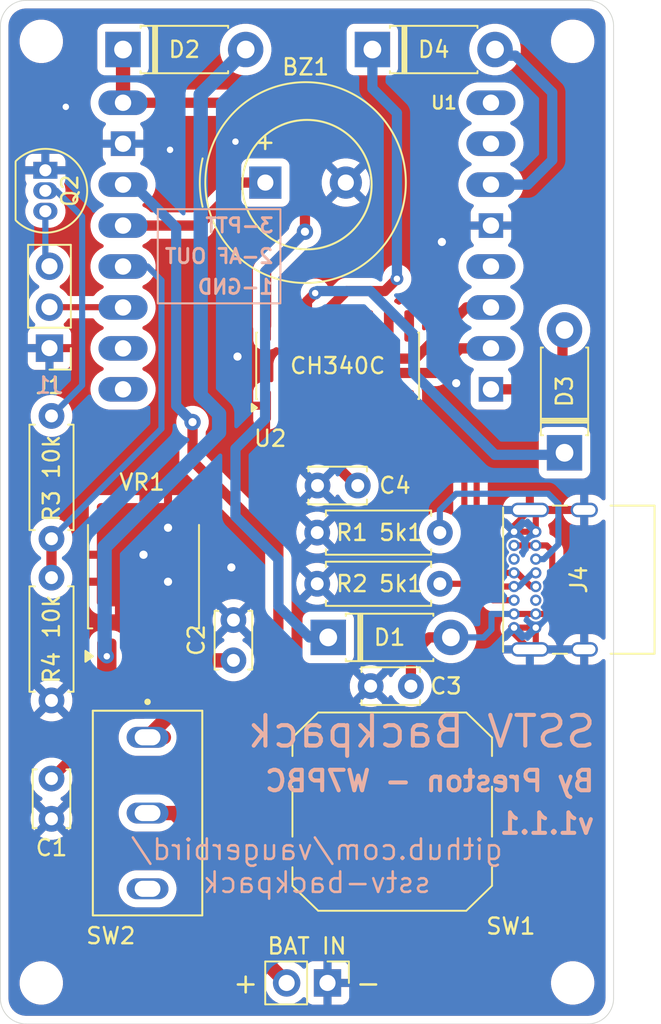
<source format=kicad_pcb>
(kicad_pcb (version 20241229) (generator "pcbnew") (generator_version "9.0")
  (title_block (title "SSTV Backpack") (date "2025-11-09") (rev "1.1.1"))
  (layers (0 "F.Cu" signal) (2 "B.Cu" signal) (13 "F.Paste" user) (15 "B.Paste" user) (5 "F.SilkS" user "F.Silkscreen") (7 "B.SilkS" user "B.Silkscreen") (1 "F.Mask" user) (3 "B.Mask" user) (25 "Edge.Cuts" user))
  (net 0 "")
  (net 1 "RTS")
  (net 6 "GND")
  (net 7 "+5V")
  (net 8 "/BUZZER")
  (net 9 "/8V IN")
  (net 10 "PTT")
  (net 11 "/TX OUT")
  (net 12 "/CAPTURE")
  (net 13 "/VIN")
  (net 16 "TXD")
  (net 17 "RXD")
  (net 18 "/5VUSB")
  (net 19 "Net-(U2-V3)")
  (net 20 "Net-(J4-CC1)")
  (net 21 "Net-(J4-CC2)")
  (net 25 "DTR")
  (net 30 "Net-(D3-A)")
  (net 31 "Net-(D4-A)")
  (net 32 "/D-")
  (net 33 "/D+")
  (net 34 "Net-(Q2-B)")
  (net 35 "PTT_TRIG")
  (net 36 "/5VO")
  (footprint "Package_TO_SOT_SMD:TO-252-2" (layer "F.Cu") (at 148.591 99.153 90)
    (property "Reference" "VR1" (at 5.755 -0.09 180) (layer "F.SilkS"))
    (property "Value" "LP38693DT-5.0" (hide yes))
    (fp_line (start 3.11 -3.45) (end -3.31 -3.45) (stroke (width 0.12)) (layer "F.SilkS"))
    (fp_line (start -3.31 -3.45) (end -3.31 -3.18) (stroke (width 0.12)) (layer "F.SilkS"))
    (fp_line (start 3.11 3.45) (end -3.31 3.45) (stroke (width 0.12)) (layer "F.SilkS"))
    (fp_line (start -3.31 3.45) (end -3.31 3.18) (stroke (width 0.12)) (layer "F.SilkS"))
    (fp_poly (pts (xy -5.04 -3.14) (xy -5.38 -3.61) (xy -4.7 -3.61) (xy -5.04 -3.14)) (stroke (width 0.12)) (fill yes) (layer "F.SilkS"))
    (pad "1" smd roundrect (at -5.04 -2.28 90) (size 2.2 1.2) (layers "F.Cu" "F.Mask" "F.Paste") (roundrect_rratio 0.208333) (net 36 "/5VO"))
    (pad "2" smd roundrect (at -0.415 -1.525 90) (size 3.05 2.75) (layers "F.Cu" "F.Paste") (roundrect_rratio 0.090909) (net 6 "GND"))
    (pad "2" smd roundrect (at -0.415 1.525 90) (size 3.05 2.75) (layers "F.Cu" "F.Paste") (roundrect_rratio 0.090909) (net 6 "GND"))
    (pad "2" smd roundrect (at 1.26 0 90) (size 6.4 5.8) (layers "F.Cu" "F.Mask") (roundrect_rratio 0.043103) (net 6 "GND"))
    (pad "2" smd roundrect (at 2.935 -1.525 90) (size 3.05 2.75) (layers "F.Cu" "F.Paste") (roundrect_rratio 0.090909) (net 6 "GND"))
    (pad "2" smd roundrect (at 2.935 1.525 90) (size 3.05 2.75) (layers "F.Cu" "F.Paste") (roundrect_rratio 0.090909) (net 6 "GND"))
    (pad "3" smd roundrect (at -5.04 2.28 90) (size 2.2 1.2) (layers "F.Cu" "F.Mask" "F.Paste") (roundrect_rratio 0.208333) (net 9 "/8V IN"))
  )
  (footprint "Buzzer_Beeper:Buzzer_TDK_PS1240P02BT_D12.2mm_H6.5mm" (layer "F.Cu") (at 156.163 74.803)
    (property "Reference" "BZ1" (at 2.5 -7.17 0) (layer "F.SilkS"))
    (property "Value" "Buzzer" (hide yes))
    (fp_arc (start -3.9 1.499999) (mid -4.073431 0) (end -3.9 -1.5) (stroke (width 0.12)) (layer "F.SilkS"))
    (fp_circle (center 2.5 0) (end 8.73 0) (stroke (width 0.12)) (fill no) (layer "F.SilkS"))
    (fp_text user "+" (at -0.01 -2.54 0) (layer "F.SilkS"))
    (pad "1" thru_hole rect (at 0 0) (size 2 2) (drill 1) (layers "*.Cu" "*.Mask") (net 8 "/BUZZER"))
    (pad "2" thru_hole circle (at 5 0) (size 2 2) (drill 1) (layers "*.Cu" "*.Mask") (net 6 "GND"))
  )
  (footprint "Resistor_THT:R_Axial_DIN0207_L6.3mm_D2.5mm_P7.62mm_Horizontal" (layer "F.Cu") (at 142.875 96.901 90)
    (property "Reference" "R3" (at 2.032 0 90) (layer "F.SilkS"))
    (property "Value" "10k" (at 5.08 0 90) (layer "F.SilkS"))
    (fp_line (start 7.08 -1.37) (end 7.08 -1.04) (stroke (width 0.12)) (layer "F.SilkS"))
    (fp_line (start 0.54 -1.37) (end 7.08 -1.37) (stroke (width 0.12)) (layer "F.SilkS"))
    (fp_line (start 0.54 -1.04) (end 0.54 -1.37) (stroke (width 0.12)) (layer "F.SilkS"))
    (fp_line (start 0.54 1.04) (end 0.54 1.37) (stroke (width 0.12)) (layer "F.SilkS"))
    (fp_line (start 7.08 1.37) (end 7.08 1.04) (stroke (width 0.12)) (layer "F.SilkS"))
    (fp_line (start 0.54 1.37) (end 7.08 1.37) (stroke (width 0.12)) (layer "F.SilkS"))
    (pad "1" thru_hole circle (at 0 0 90) (size 1.6 1.6) (drill 0.8) (layers "*.Cu" "*.Mask") (net 35 "PTT_TRIG"))
    (pad "2" thru_hole oval (at 7.62 0 90) (size 1.6 1.6) (drill 0.8) (layers "*.Cu" "*.Mask") (net 34 "Net-(Q2-B)"))
  )
  (footprint "Diode_THT:D_DO-41_SOD81_P7.62mm_Horizontal" (layer "F.Cu") (at 160.0708 103.0224)
    (property "Reference" "D1" (at 3.81 0 0) (layer "F.SilkS"))
    (property "Value" "1N5819" (hide yes))
    (fp_line (start 1.09 -1.47) (end 6.53 -1.47) (stroke (width 0.12)) (layer "F.SilkS"))
    (fp_line (start 1.09 -1.34) (end 1.09 -1.47) (stroke (width 0.12)) (layer "F.SilkS"))
    (fp_line (start 1.09 1.34) (end 1.09 1.47) (stroke (width 0.12)) (layer "F.SilkS"))
    (fp_line (start 1.09 1.47) (end 6.53 1.47) (stroke (width 0.12)) (layer "F.SilkS"))
    (fp_line (start 1.87 -1.47) (end 1.87 1.47) (stroke (width 0.12)) (layer "F.SilkS"))
    (fp_line (start 1.99 -1.47) (end 1.99 1.47) (stroke (width 0.12)) (layer "F.SilkS"))
    (fp_line (start 2.11 -1.47) (end 2.11 1.47) (stroke (width 0.12)) (layer "F.SilkS"))
    (fp_line (start 6.53 -1.47) (end 6.53 -1.34) (stroke (width 0.12)) (layer "F.SilkS"))
    (fp_line (start 6.53 1.47) (end 6.53 1.34) (stroke (width 0.12)) (layer "F.SilkS"))
    (pad "1" thru_hole rect (at 0 0) (size 2.2 2.2) (drill 1.1) (layers "*.Cu" "*.Mask") (net 7 "+5V"))
    (pad "2" thru_hole oval (at 7.62 0) (size 2.2 2.2) (drill 1.1) (layers "*.Cu" "*.Mask") (net 18 "/5VUSB"))
  )
  (footprint "Diode_THT:D_DO-41_SOD81_P7.62mm_Horizontal" (layer "F.Cu") (at 174.752 91.567 90)
    (property "Reference" "D3" (at 3.81 0 90) (layer "F.SilkS"))
    (property "Value" "1N4148" (hide yes))
    (fp_line (start 6.53 -1.47) (end 6.53 -1.34) (stroke (width 0.12)) (layer "F.SilkS"))
    (fp_line (start 2.11 -1.47) (end 2.11 1.47) (stroke (width 0.12)) (layer "F.SilkS"))
    (fp_line (start 1.99 -1.47) (end 1.99 1.47) (stroke (width 0.12)) (layer "F.SilkS"))
    (fp_line (start 1.87 -1.47) (end 1.87 1.47) (stroke (width 0.12)) (layer "F.SilkS"))
    (fp_line (start 1.09 -1.47) (end 6.53 -1.47) (stroke (width 0.12)) (layer "F.SilkS"))
    (fp_line (start 1.09 -1.34) (end 1.09 -1.47) (stroke (width 0.12)) (layer "F.SilkS"))
    (fp_line (start 1.09 1.34) (end 1.09 1.47) (stroke (width 0.12)) (layer "F.SilkS"))
    (fp_line (start 6.53 1.47) (end 6.53 1.34) (stroke (width 0.12)) (layer "F.SilkS"))
    (fp_line (start 1.09 1.47) (end 6.53 1.47) (stroke (width 0.12)) (layer "F.SilkS"))
    (pad "1" thru_hole rect (at 0 0 90) (size 2.2 2.2) (drill 1.1) (layers "*.Cu" "*.Mask") (net 1 "RTS"))
    (pad "2" thru_hole oval (at 7.62 0 90) (size 2.2 2.2) (drill 1.1) (layers "*.Cu" "*.Mask") (net 30 "Net-(D3-A)"))
  )
  (footprint "SwitchSPDT:SW_SLW-1276864-4A-D" (layer "F.Cu") (at 148.844 113.92 -90)
    (property "Reference" "SW2" (at 7.62 2.286 180) (layer "F.SilkS"))
    (property "Value" "SLW-1276864-4A-D" (hide yes))
    (fp_line (start -6.35 3.4) (end 6.35 3.4) (stroke (width 0.127)) (layer "F.SilkS"))
    (fp_line (start 6.35 3.4) (end 6.35 -3.4) (stroke (width 0.127)) (layer "F.SilkS"))
    (fp_line (start -6.35 -3.4) (end -6.35 3.4) (stroke (width 0.127)) (layer "F.SilkS"))
    (fp_line (start 6.35 -3.4) (end -6.35 -3.4) (stroke (width 0.127)) (layer "F.SilkS"))
    (fp_circle (center -6.9 0) (end -6.8 0) (stroke (width 0.2)) (fill no) (layer "F.SilkS"))
    (pad "1" thru_hole oval (at -4.7 0 270) (size 1.3 2.6) (drill oval 1 1.6) (layers "*.Cu" "*.Mask") (net 9 "/8V IN"))
    (pad "2" thru_hole oval (at 0 0 270) (size 1.3 2.6) (drill oval 1 1.6) (layers "*.Cu" "*.Mask") (net 13 "/VIN"))
    (pad "3" thru_hole oval (at 4.7 0 270) (size 1.3 2.6) (drill oval 1 1.6) (layers "*.Cu" "*.Mask"))
  )
  (footprint "ESP32-CAM:ESP32-CAM" (layer "F.Cu") (at 158.75 80.01 180)
    (property "Reference" "U1" (at -8.509 10.16 0) (layer "F.SilkS") (effects (font (size 0.787402 0.787402))))
    (property "Value" "ESP32-CAM" (hide yes))
    (fp_circle (center 0 5.08) (end 4.01609 5.08) (stroke (width 0.127)) (fill no) (layer "F.SilkS"))
    (pad "P$1" thru_hole rect (at -11.43 -7.62 180) (size 1.524 1.524) (drill 1.016) (layers "*.Cu" "*.Mask") (net 30 "Net-(D3-A)"))
    (pad "P$2" thru_hole oval (at -11.43 -5.08 180) (size 3.048 1.524) (drill 1.016) (layers "*.Cu" "*.Mask") (net 17 "RXD"))
    (pad "P$3" thru_hole oval (at -11.43 -2.54 180) (size 3.048 1.524) (drill 1.016) (layers "*.Cu" "*.Mask") (net 16 "TXD"))
    (pad "P$4" thru_hole oval (at -11.43 0 180) (size 3.048 1.524) (drill 1.016) (layers "*.Cu" "*.Mask"))
    (pad "P$5" thru_hole rect (at -11.43 2.54 180) (size 1.524 1.524) (drill 1.016) (layers "*.Cu" "*.Mask") (net 6 "GND"))
    (pad "P$6" thru_hole oval (at -11.43 5.08 180) (size 3.048 1.524) (drill 1.016) (layers "*.Cu" "*.Mask") (net 31 "Net-(D4-A)"))
    (pad "P$7" thru_hole oval (at -11.43 7.62 180) (size 3.048 1.524) (drill 1.016) (layers "*.Cu" "*.Mask"))
    (pad "P$8" thru_hole oval (at -11.43 10.16 180) (size 3.048 1.524) (drill 1.016) (layers "*.Cu" "*.Mask"))
    (pad "P$9" thru_hole oval (at 11.43 10.16 180) (size 3.048 1.524) (drill 1.016) (layers "*.Cu" "*.Mask") (net 7 "+5V"))
    (pad "P$10" thru_hole rect (at 11.43 7.62 180) (size 1.524 1.524) (drill 1.016) (layers "*.Cu" "*.Mask") (net 6 "GND"))
    (pad "P$11" thru_hole oval (at 11.43 5.08 180) (size 3.048 1.524) (drill 1.016) (layers "*.Cu" "*.Mask") (net 12 "/CAPTURE"))
    (pad "P$12" thru_hole oval (at 11.43 2.54 180) (size 3.048 1.524) (drill 1.016) (layers "*.Cu" "*.Mask") (net 8 "/BUZZER"))
    (pad "P$13" thru_hole oval (at 11.43 0 180) (size 3.048 1.524) (drill 1.016) (layers "*.Cu" "*.Mask") (net 35 "PTT_TRIG"))
    (pad "P$14" thru_hole oval (at 11.43 -2.54 180) (size 3.048 1.524) (drill 1.016) (layers "*.Cu" "*.Mask") (net 11 "/TX OUT"))
    (pad "P$15" thru_hole oval (at 11.43 -5.08 180) (size 3.048 1.524) (drill 1.016) (layers "*.Cu" "*.Mask"))
    (pad "P$16" thru_hole oval (at 11.43 -7.62 180) (size 3.048 1.524) (drill 1.016) (layers "*.Cu" "*.Mask"))
  )
  (footprint "Diode_THT:D_DO-41_SOD81_P7.62mm_Horizontal" (layer "F.Cu") (at 147.32 66.548)
    (property "Reference" "D2" (at 3.81 0 0) (layer "F.SilkS"))
    (property "Value" "1N5819" (hide yes))
    (fp_line (start 1.09 -1.47) (end 6.53 -1.47) (stroke (width 0.12)) (layer "F.SilkS"))
    (fp_line (start 1.09 -1.34) (end 1.09 -1.47) (stroke (width 0.12)) (layer "F.SilkS"))
    (fp_line (start 1.09 1.34) (end 1.09 1.47) (stroke (width 0.12)) (layer "F.SilkS"))
    (fp_line (start 1.09 1.47) (end 6.53 1.47) (stroke (width 0.12)) (layer "F.SilkS"))
    (fp_line (start 1.87 -1.47) (end 1.87 1.47) (stroke (width 0.12)) (layer "F.SilkS"))
    (fp_line (start 1.99 -1.47) (end 1.99 1.47) (stroke (width 0.12)) (layer "F.SilkS"))
    (fp_line (start 2.11 -1.47) (end 2.11 1.47) (stroke (width 0.12)) (layer "F.SilkS"))
    (fp_line (start 6.53 -1.47) (end 6.53 -1.34) (stroke (width 0.12)) (layer "F.SilkS"))
    (fp_line (start 6.53 1.47) (end 6.53 1.34) (stroke (width 0.12)) (layer "F.SilkS"))
    (pad "1" thru_hole rect (at 0 0) (size 2.2 2.2) (drill 1.1) (layers "*.Cu" "*.Mask") (net 7 "+5V"))
    (pad "2" thru_hole oval (at 7.62 0) (size 2.2 2.2) (drill 1.1) (layers "*.Cu" "*.Mask") (net 36 "/5VO"))
  )
  (footprint "Capacitor_THT:C_Disc_D3.4mm_W2.1mm_P2.50mm" (layer "F.Cu") (at 154.179 104.447 90)
    (property "Reference" "C2" (at 1.25 -2.3 90) (layer "F.SilkS"))
    (property "Value" "1uF")
    (fp_line (start 3.07 -1.17) (end 3.07 -0.925) (stroke (width 0.12)) (layer "F.SilkS"))
    (fp_line (start -0.57 -1.17) (end 3.07 -1.17) (stroke (width 0.12)) (layer "F.SilkS"))
    (fp_line (start -0.57 -1.17) (end -0.57 -0.925) (stroke (width 0.12)) (layer "F.SilkS"))
    (fp_line (start 3.07 0.925) (end 3.07 1.17) (stroke (width 0.12)) (layer "F.SilkS"))
    (fp_line (start -0.57 0.925) (end -0.57 1.17) (stroke (width 0.12)) (layer "F.SilkS"))
    (fp_line (start -0.57 1.17) (end 3.07 1.17) (stroke (width 0.12)) (layer "F.SilkS"))
    (pad "1" thru_hole circle (at 0 0 90) (size 1.6 1.6) (drill 0.8) (layers "*.Cu" "*.Mask") (net 9 "/8V IN"))
    (pad "2" thru_hole circle (at 2.5 0 90) (size 1.6 1.6) (drill 0.8) (layers "*.Cu" "*.Mask") (net 6 "GND"))
  )
  (footprint "Connector_PinHeader_2.54mm:PinHeader_1x02_P2.54mm_Vertical" (layer "F.Cu") (at 160.025 124.46 -90)
    (property "Reference" "J2" (hide yes))
    (property "Value" "Conn_01x02_Pin" (hide yes))
    (fp_line (start -1.33 3.87) (end 1.33 3.87) (stroke (width 0.12)) (layer "F.SilkS"))
    (fp_line (start -1.33 1.27) (end -1.33 3.87) (stroke (width 0.12)) (layer "F.SilkS"))
    (fp_line (start -1.33 1.27) (end 1.33 1.27) (stroke (width 0.12)) (layer "F.SilkS"))
    (fp_line (start 1.33 1.27) (end 1.33 3.87) (stroke (width 0.12)) (layer "F.SilkS"))
    (fp_line (start -1.33 0) (end -1.33 -1.33) (stroke (width 0.12)) (layer "F.SilkS"))
    (fp_line (start -1.33 -1.33) (end 0 -1.33) (stroke (width 0.12)) (layer "F.SilkS"))
    (pad "1" thru_hole rect (at 0 0 270) (size 1.7 1.7) (drill 1) (layers "*.Cu" "*.Mask") (net 6 "GND"))
    (pad "2" thru_hole oval (at 0 2.54 270) (size 1.7 1.7) (drill 1) (layers "*.Cu" "*.Mask") (net 13 "/VIN"))
  )
  (footprint "Resistor_THT:R_Axial_DIN0207_L6.3mm_D2.5mm_P7.62mm_Horizontal" (layer "F.Cu") (at 142.875 106.934 90)
    (property "Reference" "R4" (at 2.032 0 90) (layer "F.SilkS"))
    (property "Value" "10k" (at 5.207 0 90) (layer "F.SilkS"))
    (fp_line (start 7.08 -1.37) (end 7.08 -1.04) (stroke (width 0.12)) (layer "F.SilkS"))
    (fp_line (start 0.54 -1.37) (end 7.08 -1.37) (stroke (width 0.12)) (layer "F.SilkS"))
    (fp_line (start 0.54 -1.04) (end 0.54 -1.37) (stroke (width 0.12)) (layer "F.SilkS"))
    (fp_line (start 0.54 1.04) (end 0.54 1.37) (stroke (width 0.12)) (layer "F.SilkS"))
    (fp_line (start 7.08 1.37) (end 7.08 1.04) (stroke (width 0.12)) (layer "F.SilkS"))
    (fp_line (start 0.54 1.37) (end 7.08 1.37) (stroke (width 0.12)) (layer "F.SilkS"))
    (pad "1" thru_hole circle (at 0 0 90) (size 1.6 1.6) (drill 0.8) (layers "*.Cu" "*.Mask") (net 6 "GND"))
    (pad "2" thru_hole oval (at 7.62 0 90) (size 1.6 1.6) (drill 0.8) (layers "*.Cu" "*.Mask") (net 35 "PTT_TRIG"))
  )
  (footprint "Resistor_THT:R_Axial_DIN0207_L6.3mm_D2.5mm_P7.62mm_Horizontal" (layer "F.Cu") (at 167.005 99.695 180)
    (property "Reference" "R2" (at 5.461 0 0) (layer "F.SilkS"))
    (property "Value" "5k1" (at 2.413 0 0) (layer "F.SilkS"))
    (fp_line (start 7.08 1.37) (end 7.08 1.04) (stroke (width 0.12)) (layer "F.SilkS"))
    (fp_line (start 7.08 -1.37) (end 7.08 -1.04) (stroke (width 0.12)) (layer "F.SilkS"))
    (fp_line (start 0.54 1.37) (end 7.08 1.37) (stroke (width 0.12)) (layer "F.SilkS"))
    (fp_line (start 0.54 1.04) (end 0.54 1.37) (stroke (width 0.12)) (layer "F.SilkS"))
    (fp_line (start 0.54 -1.04) (end 0.54 -1.37) (stroke (width 0.12)) (layer "F.SilkS"))
    (fp_line (start 0.54 -1.37) (end 7.08 -1.37) (stroke (width 0.12)) (layer "F.SilkS"))
    (pad "1" thru_hole circle (at 0 0 180) (size 1.6 1.6) (drill 0.8) (layers "*.Cu" "*.Mask") (net 20 "Net-(J4-CC1)"))
    (pad "2" thru_hole circle (at 7.62 0 180) (size 1.6 1.6) (drill 0.8) (layers "*.Cu" "*.Mask") (net 6 "GND"))
  )
  (footprint "Capacitor_THT:C_Disc_D3.4mm_W2.1mm_P2.50mm" (layer "F.Cu") (at 159.405 93.599)
    (property "Reference" "C4" (at 4.806 0 0) (layer "F.SilkS"))
    (property "Value" "0.1uF" (hide yes))
    (fp_line (start -0.57 -1.17) (end 3.07 -1.17) (stroke (width 0.12)) (layer "F.SilkS"))
    (fp_line (start -0.57 -0.87) (end -0.57 -1.17) (stroke (width 0.12)) (layer "F.SilkS"))
    (fp_line (start -0.57 1.17) (end -0.57 0.87) (stroke (width 0.12)) (layer "F.SilkS"))
    (fp_line (start 3.07 -1.17) (end 3.07 -0.87) (stroke (width 0.12)) (layer "F.SilkS"))
    (fp_line (start 3.07 0.87) (end 3.07 1.17) (stroke (width 0.12)) (layer "F.SilkS"))
    (fp_line (start 3.07 1.17) (end -0.57 1.17) (stroke (width 0.12)) (layer "F.SilkS"))
    (pad "1" thru_hole circle (at 0 0) (size 1.6 1.6) (drill 0.8) (layers "*.Cu" "*.Mask") (net 6 "GND"))
    (pad "2" thru_hole circle (at 2.5 0) (size 1.6 1.6) (drill 0.8) (layers "*.Cu" "*.Mask") (net 19 "Net-(U2-V3)"))
  )
  (footprint "MountingHole:MountingHole_2.2mm_M2" (layer "F.Cu") (at 175.26 66.04)
    (property "Reference" "REF**" (hide yes))
    (property "Value" "MountingHole_2.2mm_M2" (hide yes))
    (pad "" np_thru_hole circle (at 0 0) (size 2.2 2.2) (drill 2.2) (layers "*.Cu" "*.Mask"))
  )
  (footprint "Package_SO:SOIC-16_3.9x9.9mm_P1.27mm" (layer "F.Cu") (at 160.655 86.171 90)
    (property "Reference" "U2" (at -4.507 -4.191 0) (layer "F.SilkS"))
    (property "Value" "CH340C" (at 0 0 0) (layer "F.SilkS"))
    (fp_line (start 2.06 -5.06) (end 2.06 -5.005) (stroke (width 0.12)) (layer "F.SilkS"))
    (fp_line (start -2.06 -5.06) (end 2.06 -5.06) (stroke (width 0.12)) (layer "F.SilkS"))
    (fp_line (start -2.06 -5.005) (end -2.06 -5.06) (stroke (width 0.12)) (layer "F.SilkS"))
    (fp_line (start 2.06 5.005) (end 2.06 5.06) (stroke (width 0.12)) (layer "F.SilkS"))
    (fp_line (start 2.06 5.06) (end -2.06 5.06) (stroke (width 0.12)) (layer "F.SilkS"))
    (fp_line (start -2.06 5.06) (end -2.06 5.005) (stroke (width 0.12)) (layer "F.SilkS"))
    (fp_poly (pts (xy -2.6 -5.01) (xy -2.84 -5.34) (xy -2.36 -5.34)) (stroke (width 0.12)) (fill yes) (layer "F.SilkS"))
    (pad "1" smd roundrect (at -2.475 -4.445 90) (size 1.95 0.6) (layers "F.Cu" "F.Mask" "F.Paste") (net 6 "GND"))
    (pad "2" smd roundrect (at -2.475 -3.175 90) (size 1.95 0.6) (layers "F.Cu" "F.Mask" "F.Paste") (net 16 "TXD"))
    (pad "3" smd roundrect (at -2.475 -1.905 90) (size 1.95 0.6) (layers "F.Cu" "F.Mask" "F.Paste") (net 17 "RXD"))
    (pad "4" smd roundrect (at -2.475 -0.635 90) (size 1.95 0.6) (layers "F.Cu" "F.Mask" "F.Paste") (net 19 "Net-(U2-V3)"))
    (pad "5" smd roundrect (at -2.475 0.635 90) (size 1.95 0.6) (layers "F.Cu" "F.Mask" "F.Paste") (net 33 "/D+"))
    (pad "6" smd roundrect (at -2.475 1.905 90) (size 1.95 0.6) (layers "F.Cu" "F.Mask" "F.Paste") (net 32 "/D-"))
    (pad "7" smd roundrect (at -2.475 3.175 90) (size 1.95 0.6) (layers "F.Cu" "F.Mask" "F.Paste"))
    (pad "8" smd roundrect (at -2.475 4.445 90) (size 1.95 0.6) (layers "F.Cu" "F.Mask" "F.Paste"))
    (pad "9" smd roundrect (at 2.475 4.445 90) (size 1.95 0.6) (layers "F.Cu" "F.Mask" "F.Paste"))
    (pad "10" smd roundrect (at 2.475 3.175 90) (size 1.95 0.6) (layers "F.Cu" "F.Mask" "F.Paste"))
    (pad "11" smd roundrect (at 2.475 1.905 90) (size 1.95 0.6) (layers "F.Cu" "F.Mask" "F.Paste"))
    (pad "12" smd roundrect (at 2.475 0.635 90) (size 1.95 0.6) (layers "F.Cu" "F.Mask" "F.Paste"))
    (pad "13" smd roundrect (at 2.475 -0.635 90) (size 1.95 0.6) (layers "F.Cu" "F.Mask" "F.Paste") (net 25 "DTR"))
    (pad "14" smd roundrect (at 2.475 -1.905 90) (size 1.95 0.6) (layers "F.Cu" "F.Mask" "F.Paste") (net 1 "RTS"))
    (pad "15" smd roundrect (at 2.475 -3.175 90) (size 1.95 0.6) (layers "F.Cu" "F.Mask" "F.Paste"))
    (pad "16" smd roundrect (at 2.475 -4.445 90) (size 1.95 0.6) (layers "F.Cu" "F.Mask" "F.Paste") (net 7 "+5V"))
  )
  (footprint "Resistor_THT:R_Axial_DIN0207_L6.3mm_D2.5mm_P7.62mm_Horizontal" (layer "F.Cu") (at 159.385 96.52)
    (property "Reference" "R1" (at 2.159 0 0) (layer "F.SilkS"))
    (property "Value" "5k1" (at 5.207 0 0) (layer "F.SilkS"))
    (fp_line (start 0.54 -1.37) (end 7.08 -1.37) (stroke (width 0.12)) (layer "F.SilkS"))
    (fp_line (start 0.54 -1.04) (end 0.54 -1.37) (stroke (width 0.12)) (layer "F.SilkS"))
    (fp_line (start 0.54 1.04) (end 0.54 1.37) (stroke (width 0.12)) (layer "F.SilkS"))
    (fp_line (start 0.54 1.37) (end 7.08 1.37) (stroke (width 0.12)) (layer "F.SilkS"))
    (fp_line (start 7.08 -1.37) (end 7.08 -1.04) (stroke (width 0.12)) (layer "F.SilkS"))
    (fp_line (start 7.08 1.37) (end 7.08 1.04) (stroke (width 0.12)) (layer "F.SilkS"))
    (pad "1" thru_hole circle (at 0 0) (size 1.6 1.6) (drill 0.8) (layers "*.Cu" "*.Mask") (net 6 "GND"))
    (pad "2" thru_hole circle (at 7.62 0) (size 1.6 1.6) (drill 0.8) (layers "*.Cu" "*.Mask") (net 21 "Net-(J4-CC2)"))
  )
  (footprint "MountingHole:MountingHole_2.2mm_M2" (layer "F.Cu") (at 142.24 66.04)
    (property "Reference" "REF**" (hide yes))
    (property "Value" "MountingHole_2.2mm_M2" (hide yes))
    (pad "" np_thru_hole circle (at 0 0) (size 2.2 2.2) (drill 2.2) (layers "*.Cu" "*.Mask"))
  )
  (footprint "Capacitor_THT:C_Disc_D3.4mm_W2.1mm_P2.50mm" (layer "F.Cu") (at 162.707 106.045)
    (property "Reference" "C3" (at 4.679 0 0) (layer "F.SilkS"))
    (property "Value" "0.1uF" (hide yes))
    (fp_line (start -0.57 -1.17) (end 3.07 -1.17) (stroke (width 0.12)) (layer "F.SilkS"))
    (fp_line (start -0.57 -0.87) (end -0.57 -1.17) (stroke (width 0.12)) (layer "F.SilkS"))
    (fp_line (start -0.57 1.17) (end -0.57 0.87) (stroke (width 0.12)) (layer "F.SilkS"))
    (fp_line (start 3.07 -1.17) (end 3.07 -0.87) (stroke (width 0.12)) (layer "F.SilkS"))
    (fp_line (start 3.07 0.87) (end 3.07 1.17) (stroke (width 0.12)) (layer "F.SilkS"))
    (fp_line (start 3.07 1.17) (end -0.57 1.17) (stroke (width 0.12)) (layer "F.SilkS"))
    (pad "1" thru_hole circle (at 0 0) (size 1.6 1.6) (drill 0.8) (layers "*.Cu" "*.Mask") (net 6 "GND"))
    (pad "2" thru_hole circle (at 2.5 0) (size 1.6 1.6) (drill 0.8) (layers "*.Cu" "*.Mask") (net 18 "/5VUSB"))
  )
  (footprint "Connector_PinHeader_2.54mm:PinHeader_1x03_P2.54mm_Vertical" (layer "F.Cu") (at 142.748 85.075 180)
    (property "Reference" "J1" (at 0 -2.33 0) (layer "F.SilkS"))
    (property "Value" "Conn_01x03_Pin" (hide yes))
    (fp_line (start 1.33 1.27) (end 1.33 6.41) (stroke (width 0.12)) (layer "F.SilkS"))
    (fp_line (start -1.33 6.41) (end 1.33 6.41) (stroke (width 0.12)) (layer "F.SilkS"))
    (fp_line (start -1.33 1.27) (end 1.33 1.27) (stroke (width 0.12)) (layer "F.SilkS"))
    (fp_line (start -1.33 1.27) (end -1.33 6.41) (stroke (width 0.12)) (layer "F.SilkS"))
    (fp_line (start -1.33 0) (end -1.33 -1.33) (stroke (width 0.12)) (layer "F.SilkS"))
    (fp_line (start -1.33 -1.33) (end 0 -1.33) (stroke (width 0.12)) (layer "F.SilkS"))
    (pad "1" thru_hole rect (at 0 0 180) (size 1.7 1.7) (drill 1) (layers "*.Cu" "*.Mask") (net 6 "GND"))
    (pad "2" thru_hole oval (at 0 2.54 180) (size 1.7 1.7) (drill 1) (layers "*.Cu" "*.Mask") (net 11 "/TX OUT"))
    (pad "3" thru_hole oval (at 0 5.08 180) (size 1.7 1.7) (drill 1) (layers "*.Cu" "*.Mask") (net 10 "PTT"))
  )
  (footprint "MountingHole:MountingHole_2.2mm_M2" (layer "F.Cu") (at 175.26 124.46)
    (property "Reference" "REF**" (hide yes))
    (property "Value" "MountingHole_2.2mm_M2" (hide yes))
    (pad "" np_thru_hole circle (at 0 0) (size 2.2 2.2) (drill 2.2) (layers "*.Cu" "*.Mask"))
  )
  (footprint "Diode_THT:D_DO-41_SOD81_P7.62mm_Horizontal" (layer "F.Cu") (at 162.814 66.548)
    (property "Reference" "D4" (at 3.81 0 0) (layer "F.SilkS"))
    (property "Value" "1N4148" (hide yes))
    (fp_line (start 1.09 -1.47) (end 6.53 -1.47) (stroke (width 0.12)) (layer "F.SilkS"))
    (fp_line (start 1.09 -1.34) (end 1.09 -1.47) (stroke (width 0.12)) (layer "F.SilkS"))
    (fp_line (start 1.09 1.34) (end 1.09 1.47) (stroke (width 0.12)) (layer "F.SilkS"))
    (fp_line (start 1.09 1.47) (end 6.53 1.47) (stroke (width 0.12)) (layer "F.SilkS"))
    (fp_line (start 1.87 -1.47) (end 1.87 1.47) (stroke (width 0.12)) (layer "F.SilkS"))
    (fp_line (start 1.99 -1.47) (end 1.99 1.47) (stroke (width 0.12)) (layer "F.SilkS"))
    (fp_line (start 2.11 -1.47) (end 2.11 1.47) (stroke (width 0.12)) (layer "F.SilkS"))
    (fp_line (start 6.53 -1.47) (end 6.53 -1.34) (stroke (width 0.12)) (layer "F.SilkS"))
    (fp_line (start 6.53 1.47) (end 6.53 1.34) (stroke (width 0.12)) (layer "F.SilkS"))
    (pad "1" thru_hole rect (at 0 0) (size 2.2 2.2) (drill 1.1) (layers "*.Cu" "*.Mask") (net 25 "DTR"))
    (pad "2" thru_hole oval (at 7.62 0) (size 2.2 2.2) (drill 1.1) (layers "*.Cu" "*.Mask") (net 31 "Net-(D4-A)"))
  )
  (footprint "Capacitor_THT:C_Disc_D3.4mm_W2.1mm_P2.50mm" (layer "F.Cu") (at 142.875 111.78 -90)
    (property "Reference" "C1" (at 4.298 0.001 180) (layer "F.SilkS"))
    (property "Value" "1uF")
    (fp_line (start -0.57 1.17) (end 3.07 1.17) (stroke (width 0.12)) (layer "F.SilkS"))
    (fp_line (start -0.57 0.925) (end -0.57 1.17) (stroke (width 0.12)) (layer "F.SilkS"))
    (fp_line (start 3.07 0.925) (end 3.07 1.17) (stroke (width 0.12)) (layer "F.SilkS"))
    (fp_line (start -0.57 -1.17) (end -0.57 -0.925) (stroke (width 0.12)) (layer "F.SilkS"))
    (fp_line (start -0.57 -1.17) (end 3.07 -1.17) (stroke (width 0.12)) (layer "F.SilkS"))
    (fp_line (start 3.07 -1.17) (end 3.07 -0.925) (stroke (width 0.12)) (layer "F.SilkS"))
    (pad "1" thru_hole circle (at 0 0 270) (size 1.6 1.6) (drill 0.8) (layers "*.Cu" "*.Mask") (net 36 "/5VO"))
    (pad "2" thru_hole circle (at 2.5 0 270) (size 1.6 1.6) (drill 0.8) (layers "*.Cu" "*.Mask") (net 6 "GND"))
  )
  (footprint "Button_Switch_SMD:SW_Push_1P1T_NO_CK_PTS125Sx43PSMTR" (layer "F.Cu") (at 164.046 113.832)
    (property "Reference" "SW1" (at 7.366 7.112 0) (layer "F.SilkS"))
    (property "Value" "SW_Push" (hide yes))
    (fp_line (start -6.2 -4.6) (end -4.6 -6.15) (stroke (width 0.12)) (layer "F.SilkS"))
    (fp_line (start -6.2 -3.45) (end -6.2 -4.6) (stroke (width 0.12)) (layer "F.SilkS"))
    (fp_line (start -6.2 -1.55) (end -6.2 1.55) (stroke (width 0.12)) (layer "F.SilkS"))
    (fp_line (start -6.2 3.45) (end -6.2 4.6) (stroke (width 0.12)) (layer "F.SilkS"))
    (fp_line (start -6.2 4.6) (end -4.6 6.15) (stroke (width 0.12)) (layer "F.SilkS"))
    (fp_line (start -4.6 -6.15) (end 4.6 -6.15) (stroke (width 0.12)) (layer "F.SilkS"))
    (fp_line (start -4.6 6.15) (end 4.6 6.15) (stroke (width 0.12)) (layer "F.SilkS"))
    (fp_line (start 4.6 -6.15) (end 6.2 -4.6) (stroke (width 0.12)) (layer "F.SilkS"))
    (fp_line (start 4.6 6.15) (end 6.2 4.6) (stroke (width 0.12)) (layer "F.SilkS"))
    (fp_line (start 6.2 -3.45) (end 6.2 -4.6) (stroke (width 0.12)) (layer "F.SilkS"))
    (fp_line (start 6.2 -1.55) (end 6.2 1.55) (stroke (width 0.12)) (layer "F.SilkS"))
    (fp_line (start 6.2 3.45) (end 6.2 4.6) (stroke (width 0.12)) (layer "F.SilkS"))
    (pad "1" smd rect (at -7.15 -2.5) (size 2 1.5) (layers "F.Cu" "F.Mask" "F.Paste") (net 12 "/CAPTURE"))
    (pad "1" smd rect (at 7.15 -2.5) (size 2 1.5) (layers "F.Cu" "F.Mask" "F.Paste") (net 12 "/CAPTURE"))
    (pad "2" smd rect (at -7.15 2.5) (size 2 1.5) (layers "F.Cu" "F.Mask" "F.Paste") (net 6 "GND"))
    (pad "2" smd rect (at 7.15 2.5) (size 2 1.5) (layers "F.Cu" "F.Mask" "F.Paste") (net 6 "GND"))
  )
  (footprint "MountingHole:MountingHole_2.2mm_M2" (layer "F.Cu") (at 142.24 124.46)
    (property "Reference" "REF**" (hide yes))
    (property "Value" "MountingHole_2.2mm_M2" (hide yes))
    (pad "" np_thru_hole circle (at 0 0) (size 2.2 2.2) (drill 2.2) (layers "*.Cu" "*.Mask"))
  )
  (footprint "Connector_USB:USB_C_Receptacle_GCT_USB4085" (layer "F.Cu") (at 171.616 102.416 90)
    (property "Reference" "J4" (at 2.975 4.025 90) (layer "F.SilkS"))
    (property "Value" "USB_C_Receptacle_USB2.0_14P" (hide yes))
    (fp_line (start -1.5 -0.68) (end 7.45 -0.68) (stroke (width 0.12)) (layer "F.SilkS"))
    (fp_line (start 7.57 2.4) (end 7.57 3.3) (stroke (width 0.12)) (layer "F.SilkS"))
    (fp_line (start -1.62 2.4) (end -1.62 3.3) (stroke (width 0.12)) (layer "F.SilkS"))
    (fp_line (start 7.57 6) (end 7.57 8.73) (stroke (width 0.12)) (layer "F.SilkS"))
    (fp_line (start -1.62 6) (end -1.62 8.73) (stroke (width 0.12)) (layer "F.SilkS"))
    (fp_line (start -1.62 8.73) (end 7.57 8.73) (stroke (width 0.12)) (layer "F.SilkS"))
    (pad "A1" thru_hole circle (at 0 0 90) (size 0.7 0.7) (drill 0.4) (layers "*.Cu" "*.Mask") (net 6 "GND"))
    (pad "A4" thru_hole circle (at 0.85 0 90) (size 0.7 0.7) (drill 0.4) (layers "*.Cu" "*.Mask") (net 18 "/5VUSB"))
    (pad "A5" thru_hole circle (at 1.7 0 90) (size 0.7 0.7) (drill 0.4) (layers "*.Cu" "*.Mask") (net 20 "Net-(J4-CC1)"))
    (pad "A6" thru_hole circle (at 2.55 0 90) (size 0.7 0.7) (drill 0.4) (layers "*.Cu" "*.Mask") (net 33 "/D+"))
    (pad "A7" thru_hole circle (at 3.4 0 90) (size 0.7 0.7) (drill 0.4) (layers "*.Cu" "*.Mask") (net 32 "/D-"))
    (pad "A8" thru_hole circle (at 4.25 0 90) (size 0.7 0.7) (drill 0.4) (layers "*.Cu" "*.Mask"))
    (pad "A9" thru_hole circle (at 5.1 0 90) (size 0.7 0.7) (drill 0.4) (layers "*.Cu" "*.Mask") (net 18 "/5VUSB"))
    (pad "A12" thru_hole circle (at 5.95 0 90) (size 0.7 0.7) (drill 0.4) (layers "*.Cu" "*.Mask") (net 6 "GND"))
    (pad "B1" thru_hole circle (at 5.95 1.35 90) (size 0.7 0.7) (drill 0.4) (layers "*.Cu" "*.Mask") (net 6 "GND"))
    (pad "B4" thru_hole circle (at 5.1 1.35 90) (size 0.7 0.7) (drill 0.4) (layers "*.Cu" "*.Mask") (net 18 "/5VUSB"))
    (pad "B5" thru_hole circle (at 4.25 1.35 90) (size 0.7 0.7) (drill 0.4) (layers "*.Cu" "*.Mask") (net 21 "Net-(J4-CC2)"))
    (pad "B6" thru_hole circle (at 3.4 1.35 90) (size 0.7 0.7) (drill 0.4) (layers "*.Cu" "*.Mask") (net 33 "/D+"))
    (pad "B7" thru_hole circle (at 2.55 1.35 90) (size 0.7 0.7) (drill 0.4) (layers "*.Cu" "*.Mask") (net 32 "/D-"))
    (pad "B8" thru_hole circle (at 1.7 1.35 90) (size 0.7 0.7) (drill 0.4) (layers "*.Cu" "*.Mask"))
    (pad "B9" thru_hole circle (at 0.85 1.35 90) (size 0.7 0.7) (drill 0.4) (layers "*.Cu" "*.Mask") (net 18 "/5VUSB"))
    (pad "B12" thru_hole circle (at 0 1.35 90) (size 0.7 0.7) (drill 0.4) (layers "*.Cu" "*.Mask") (net 6 "GND"))
    (pad "S1" thru_hole oval (at -1.35 0.98 90) (size 0.9 2.4) (drill oval 0.6 2.1) (layers "*.Cu" "*.Mask") (net 6 "GND"))
    (pad "S1" thru_hole oval (at -1.35 4.36 90) (size 0.9 1.7) (drill oval 0.6 1.4) (layers "*.Cu" "*.Mask") (net 6 "GND"))
    (pad "S1" thru_hole oval (at 7.3 0.98 90) (size 0.9 2.4) (drill oval 0.6 2.1) (layers "*.Cu" "*.Mask") (net 6 "GND"))
    (pad "S1" thru_hole oval (at 7.3 4.36 90) (size 0.9 1.7) (drill oval 0.6 1.4) (layers "*.Cu" "*.Mask") (net 6 "GND"))
  )
  (footprint "Package_TO_SOT_THT:TO-92_Inline" (layer "F.Cu") (at 142.494 74.041 -90)
    (property "Reference" "Q2" (at 1.27 -1.524 90) (layer "F.SilkS"))
    (property "Value" "2N3904" (hide yes))
    (fp_line (start -0.53 1.85) (end 3.07 1.85) (stroke (width 0.12)) (layer "F.SilkS"))
    (fp_arc (start -0.568478 1.838478) (mid -1.132087 -0.994977) (end 1.27 -2.6) (stroke (width 0.12)) (layer "F.SilkS"))
    (fp_arc (start 1.27 -2.6) (mid 3.672087 -0.994977) (end 3.108478 1.838478) (stroke (width 0.12)) (layer "F.SilkS"))
    (pad "1" thru_hole rect (at 0 0 270) (size 1.05 1.5) (drill 0.75) (layers "*.Cu" "*.Mask") (net 6 "GND"))
    (pad "2" thru_hole oval (at 1.27 0 270) (size 1.05 1.5) (drill 0.75) (layers "*.Cu" "*.Mask") (net 34 "Net-(Q2-B)"))
    (pad "3" thru_hole oval (at 2.54 0 270) (size 1.05 1.5) (drill 0.75) (layers "*.Cu" "*.Mask") (net 10 "PTT"))
  )
  (gr_rect (start 149.479 76.454) (end 157.099 82.296) (stroke (width 0.127)) (fill no) (layer "B.SilkS"))
  (gr_line (start 176.2125 127) (end 141.2875 127) (stroke (width 0.05)) (layer "Edge.Cuts"))
  (gr_arc (start 141.2875 127) (mid 140.164968 126.535032) (end 139.7 125.4125) (stroke (width 0.05)) (layer "Edge.Cuts"))
  (gr_line (start 141.2875 63.5) (end 176.2125 63.5) (stroke (width 0.05)) (layer "Edge.Cuts"))
  (gr_arc (start 176.2125 63.5) (mid 177.335032 63.964968) (end 177.8 65.0875) (stroke (width 0.05)) (layer "Edge.Cuts"))
  (gr_arc (start 177.8 125.4125) (mid 177.335032 126.535032) (end 176.2125 127) (stroke (width 0.05)) (layer "Edge.Cuts"))
  (gr_line (start 177.8 65.0875) (end 177.8 125.4125) (stroke (width 0.05)) (layer "Edge.Cuts"))
  (gr_arc (start 139.7 65.0875) (mid 140.164968 63.964968) (end 141.2875 63.5) (stroke (width 0.05)) (layer "Edge.Cuts"))
  (gr_line (start 139.7 125.4125) (end 139.7 65.0875) (stroke (width 0.05)) (layer "Edge.Cuts"))
  (gr_text "BAT IN" (at 158.75 122.174 0) (layer "F.SilkS") (effects (font (size 1 1))))
  (gr_text "+" (at 154.94 124.46 0) (layer "F.SilkS") (effects (font (size 1.27 1.27) (thickness 0.15875))))
  (gr_text "-" (at 162.56 124.46 0) (layer "F.SilkS") (effects (font (size 1.27 1.27) (thickness 0.15875))))
  (gr_text "1-GND" (at 154.305 81.28 0) (layer "B.SilkS") (effects (font (size 0.889 0.889) (thickness 0.1778) (bold yes)) (justify mirror)))
  (gr_text "By Preston - W7PBC" (at 176.7332 112.6744 0) (layer "B.SilkS") (effects (font (size 1.27 1.27) (thickness 0.254) (bold yes)) (justify left bottom mirror)))
  (gr_text "3-PTT" (at 154.559 77.47 0) (layer "B.SilkS") (effects (font (size 0.889 0.889) (thickness 0.1778) (bold yes)) (justify mirror)))
  (gr_text "github.com/vaugerbird/\nsstv-backpack" (at 159.3596 118.9736 0) (layer "B.SilkS") (effects (font (size 1.27 1.27) (thickness 0.15875)) (justify bottom mirror)))
  (gr_text "2-AF OUT" (at 153.289 79.375 0) (layer "B.SilkS") (effects (font (size 0.889 0.889) (thickness 0.1778) (bold yes)) (justify mirror)))
  (gr_text "SSTV Backpack" (at 176.8348 109.982 0) (layer "B.SilkS") (effects (font (size 1.905 1.905) (thickness 0.254)) (justify left bottom mirror)))
  (gr_text "J1" (at 142.748 87.376 0) (layer "B.SilkS") (effects (font (size 1 1)) (justify mirror)))
  (gr_text "v1.1.1" (at 176.7332 115.316 0) (layer "B.SilkS") (effects (font (size 1.27 1.27) (thickness 0.254) (bold yes)) (justify left bottom mirror)))
  (segment (start 158.75 82.169) (end 158.75 83.696) (width 0.635) (layer "F.Cu") (net 1))
  (segment (start 159.258 81.661) (end 158.75 82.169) (width 0.635) (layer "F.Cu") (net 1))
  (via (at 159.258 81.661) (size 0.8) (drill 0.4) (layers "F.Cu" "B.Cu") (net 1))
  (segment (start 165.354 86.614) (end 170.434 91.694) (width 0.635) (layer "B.Cu") (net 1))
  (segment (start 165.354 84.201) (end 165.354 86.614) (width 0.635) (layer "B.Cu") (net 1))
  (segment (start 162.687 81.534) (end 165.354 84.201) (width 0.635) (layer "B.Cu") (net 1))
  (segment (start 159.385 81.534) (end 162.687 81.534) (width 0.635) (layer "B.Cu") (net 1))
  (segment (start 159.258 81.661) (end 159.385 81.534) (width 0.635) (layer "B.Cu") (net 1))
  (segment (start 170.434 91.694) (end 174.625 91.694) (width 0.635) (layer "B.Cu") (net 1))
  (segment (start 171.616 102.786) (end 172.596 103.766) (width 0.381) (layer "F.Cu") (net 6))
  (segment (start 171.616 102.416) (end 171.616 102.786) (width 0.381) (layer "F.Cu") (net 6))
  (segment (start 172.966 95.486) (end 172.596 95.116) (width 0.381) (layer "F.Cu") (net 6))
  (segment (start 172.966 96.466) (end 172.966 95.486) (width 0.381) (layer "F.Cu") (net 6))
  (segment (start 171.616 96.096) (end 172.596 95.116) (width 0.381) (layer "F.Cu") (net 6))
  (segment (start 171.616 96.466) (end 171.616 96.096) (width 0.381) (layer "F.Cu") (net 6))
  (segment (start 172.966 103.396) (end 172.596 103.766) (width 0.381) (layer "F.Cu") (net 6))
  (segment (start 172.966 102.416) (end 172.966 103.396) (width 0.381) (layer "F.Cu") (net 6))
  (segment (start 171.616 96.466) (end 172.966 96.466) (width 0.381) (layer "F.Cu") (net 6))
  (segment (start 171.616 102.416) (end 172.966 102.416) (width 0.381) (layer "F.Cu") (net 6))
  (via (at 150.116 99.568) (size 1.016) (drill 0.508) (layers "F.Cu" "B.Cu") (net 6))
  (via (at 143.764 70.104) (size 0.8) (drill 0.4) (layers "F.Cu" "B.Cu") (net 6))
  (via (at 167.132 78.486) (size 1.016) (drill 0.508) (layers "F.Cu" "B.Cu") (net 6))
  (via (at 154.051 98.679) (size 1.016) (drill 0.508) (layers "F.Cu" "B.Cu") (net 6))
  (via (at 154.305 72.263) (size 0.8) (drill 0.4) (layers "F.Cu" "B.Cu") (net 6))
  (via (at 150.116 96.218) (size 1.016) (drill 0.508) (layers "F.Cu" "B.Cu") (net 6))
  (via (at 154.432 85.598) (size 1.016) (drill 0.508) (layers "F.Cu" "B.Cu") (net 6))
  (via (at 148.591 97.893) (size 1.016) (drill 0.508) (layers "F.Cu" "B.Cu") (net 6))
  (via (at 150.241 72.771) (size 0.8) (drill 0.4) (layers "F.Cu" "B.Cu") (net 6))
  (via (at 168.021 87.249) (size 1.016) (drill 0.508) (layers "F.Cu" "B.Cu") (net 6))
  (via (at 148.591 97.893) (size 1.016) (drill 0.508) (layers "F.Cu" "B.Cu") (net 6))
  (segment (start 156.083 69.85) (end 147.32 69.85) (width 0.635) (layer "F.Cu") (net 7))
  (segment (start 156.21 80.264) (end 156.21 83.696) (width 0.635) (layer "F.Cu") (net 7))
  (segment (start 147.32 66.548) (end 147.32 69.85) (width 0.889) (layer "F.Cu") (net 7))
  (segment (start 158.623 77.851) (end 158.623 72.39) (width 0.635) (layer "F.Cu") (net 7))
  (segment (start 158.623 72.39) (end 156.083 69.85) (width 0.635) (layer "F.Cu") (net 7))
  (segment (start 158.623 77.851) (end 156.21 80.264) (width 0.635) (layer "F.Cu") (net 7))
  (via (at 158.623 77.851) (size 1.016) (drill 0.508) (layers "F.Cu" "B.Cu") (net 7))
  (segment (start 154.305 95.504) (end 156.972 98.171) (width 0.635) (layer "B.Cu") (net 7))
  (segment (start 156.972 101.092) (end 158.9024 103.0224) (width 0.635) (layer "B.Cu") (net 7))
  (segment (start 156.1465 89.4715) (end 156.1465 80.3275) (width 0.635) (layer "B.Cu") (net 7))
  (segment (start 156.1465 89.4715) (end 154.305 91.313) (width 0.635) (layer "B.Cu") (net 7))
  (segment (start 156.1465 80.3275) (end 158.623 77.851) (width 0.635) (layer "B.Cu") (net 7))
  (segment (start 156.972 98.171) (end 156.972 101.092) (width 0.635) (layer "B.Cu") (net 7))
  (segment (start 158.9024 103.0224) (end 160.0708 103.0224) (width 0.635) (layer "B.Cu") (net 7))
  (segment (start 154.305 91.313) (end 154.305 95.504) (width 0.635) (layer "B.Cu") (net 7))
  (segment (start 152.166 77.47) (end 152.166 77.323) (width 0.635) (layer "F.Cu") (net 8))
  (segment (start 152.166 77.323) (end 154.686 74.803) (width 0.635) (layer "F.Cu") (net 8))
  (segment (start 147.32 77.47) (end 152.166 77.47) (width 0.635) (layer "F.Cu") (net 8))
  (segment (start 154.686 74.803) (end 156.163 74.803) (width 0.635) (layer "F.Cu") (net 8))
  (segment (start 150.876 107.188) (end 150.876 106.934) (width 0.889) (layer "F.Cu") (net 9))
  (segment (start 150.876 106.934) (end 150.871 106.929) (width 0.889) (layer "F.Cu") (net 9))
  (segment (start 148.844 109.22) (end 149.86 109.22) (width 0.889) (layer "F.Cu") (net 9))
  (segment (start 151.125 104.447) (end 150.871 104.193) (width 0.889) (layer "F.Cu") (net 9))
  (segment (start 148.844 109.22) (end 150.876 107.188) (width 0.889) (layer "F.Cu") (net 9))
  (segment (start 150.871 106.929) (end 150.871 104.193) (width 0.889) (layer "F.Cu") (net 9))
  (segment (start 154.179 104.447) (end 151.125 104.447) (width 0.889) (layer "F.Cu") (net 9))
  (segment (start 142.494 76.581) (end 142.494 79.741) (width 0.381) (layer "B.Cu") (net 10))
  (segment (start 142.494 79.741) (end 142.748 79.995) (width 0.381) (layer "B.Cu") (net 10))
  (segment (start 147.305 82.535) (end 147.32 82.55) (width 0.381) (layer "F.Cu") (net 11))
  (segment (start 142.748 82.535) (end 147.305 82.535) (width 0.381) (layer "F.Cu") (net 11))
  (segment (start 151.638 92.075) (end 156.972 97.409) (width 0.635) (layer "F.Cu") (net 12))
  (segment (start 156.972 97.409) (end 156.972 108.966) (width 0.635) (layer "F.Cu") (net 12))
  (segment (start 156.896 111.332) (end 159.338 111.332) (width 0.635) (layer "F.Cu") (net 12))
  (segment (start 156.972 108.966) (end 159.338 111.332) (width 0.635) (layer "F.Cu") (net 12))
  (segment (start 159.338 111.332) (end 171.196 111.332) (width 0.635) (layer "F.Cu") (net 12))
  (segment (start 151.638 89.662) (end 151.638 92.075) (width 0.635) (layer "F.Cu") (net 12))
  (via (at 151.638 89.662) (size 1.016) (drill 0.508) (layers "F.Cu" "B.Cu") (net 12))
  (segment (start 150.622 77.597) (end 147.955 74.93) (width 0.635) (layer "B.Cu") (net 12))
  (segment (start 147.955 74.93) (end 147.32 74.93) (width 0.635) (layer "B.Cu") (net 12))
  (segment (start 151.638 89.662) (end 150.622 88.646) (width 0.635) (layer "B.Cu") (net 12))
  (segment (start 150.622 88.646) (end 150.622 77.597) (width 0.635) (layer "B.Cu") (net 12))
  (segment (start 152.908 116.332) (end 150.496 113.92) (width 0.889) (layer "F.Cu") (net 13))
  (segment (start 152.908 119.888) (end 152.913 119.888) (width 0.889) (layer "F.Cu") (net 13))
  (segment (start 152.908 119.888) (end 152.908 116.332) (width 0.889) (layer "F.Cu") (net 13))
  (segment (start 150.496 113.92) (end 148.844 113.92) (width 0.889) (layer "F.Cu") (net 13))
  (segment (start 152.913 119.888) (end 157.485 124.46) (width 0.889) (layer "F.Cu") (net 13))
  (segment (start 157.861 85.725) (end 165.481 85.725) (width 0.635) (layer "F.Cu") (net 16))
  (segment (start 157.48 86.106) (end 157.861 85.725) (width 0.635) (layer "F.Cu") (net 16))
  (segment (start 157.48 88.646) (end 157.48 86.106) (width 0.635) (layer "F.Cu") (net 16))
  (segment (start 165.481 85.725) (end 168.656 82.55) (width 0.635) (layer "F.Cu") (net 16))
  (segment (start 168.656 82.55) (end 170.18 82.55) (width 0.635) (layer "F.Cu") (net 16))
  (segment (start 166.751 86.614) (end 168.275 85.09) (width 0.635) (layer "F.Cu") (net 17))
  (segment (start 158.75 87.122) (end 159.258 86.614) (width 0.635) (layer "F.Cu") (net 17))
  (segment (start 168.275 85.09) (end 170.18 85.09) (width 0.635) (layer "F.Cu") (net 17))
  (segment (start 158.75 88.646) (end 158.75 87.122) (width 0.635) (layer "F.Cu") (net 17))
  (segment (start 170.18 85.09) (end 168.783 85.09) (width 0.381) (layer "F.Cu") (net 17))
  (segment (start 159.258 86.614) (end 166.751 86.614) (width 0.635) (layer "F.Cu") (net 17))
  (segment (start 171.616 97.316) (end 172.966 97.316) (width 0.381) (layer "F.Cu") (net 18))
  (segment (start 165.207 104.16) (end 166.3446 103.0224) (width 0.635) (layer "F.Cu") (net 18))
  (segment (start 173.99 101.191487) (end 173.99 97.663) (width 0.381) (layer "F.Cu") (net 18))
  (segment (start 173.615487 101.566) (end 173.99 101.191487) (width 0.381) (layer "F.Cu") (net 18))
  (segment (start 165.207 106.045) (end 165.207 104.16) (width 0.635) (layer "F.Cu") (net 18))
  (segment (start 173.99 97.663) (end 173.643 97.316) (width 0.381) (layer "F.Cu") (net 18))
  (segment (start 172.966 101.566) (end 173.615487 101.566) (width 0.381) (layer "F.Cu") (net 18))
  (segment (start 166.3446 103.0224) (end 167.6908 103.0224) (width 0.635) (layer "F.Cu") (net 18))
  (segment (start 171.616 101.566) (end 172.966 101.566) (width 0.381) (layer "F.Cu") (net 18))
  (segment (start 173.643 97.316) (end 172.966 97.316) (width 0.381) (layer "F.Cu") (net 18))
  (segment (start 170.214 101.566) (end 171.616 101.566) (width 0.381) (layer "B.Cu") (net 18))
  (segment (start 170.214 102.5312) (end 170.214 101.566) (width 0.381) (layer "B.Cu") (net 18))
  (segment (start 169.7228 103.0224) (end 170.214 102.5312) (width 0.381) (layer "B.Cu") (net 18))
  (segment (start 167.6908 103.0224) (end 169.7228 103.0224) (width 0.381) (layer "B.Cu") (net 18))
  (segment (start 161.905 93.599) (end 161.798 93.599) (width 0.635) (layer "F.Cu") (net 19))
  (segment (start 161.798 93.599) (end 161.524 93.325) (width 0.635) (layer "F.Cu") (net 19))
  (segment (start 160.02 88.646) (end 160.02 91.821) (width 0.635) (layer "F.Cu") (net 19))
  (segment (start 161.524 93.325) (end 161.524 93.599) (width 0.635) (layer "F.Cu") (net 19))
  (segment (start 160.02 91.821) (end 161.524 93.325) (width 0.635) (layer "F.Cu") (net 19))
  (segment (start 170.312 100.716) (end 169.291 99.695) (width 0.381) (layer "F.Cu") (net 20))
  (segment (start 171.616 100.716) (end 170.312 100.716) (width 0.381) (layer "F.Cu") (net 20))
  (segment (start 169.291 99.695) (end 167.64 99.695) (width 0.381) (layer "F.Cu") (net 20))
  (segment (start 167.005 95.123) (end 168.021 94.107) (width 0.381) (layer "B.Cu") (net 21))
  (segment (start 173.460974 98.166) (end 172.966 98.166) (width 0.381) (layer "B.Cu") (net 21))
  (segment (start 167.005 96.52) (end 167.005 95.123) (width 0.381) (layer "B.Cu") (net 21))
  (segment (start 168.021 94.107) (end 173.736 94.107) (width 0.381) (layer "B.Cu") (net 21))
  (segment (start 174.371 97.255974) (end 173.460974 98.166) (width 0.381) (layer "B.Cu") (net 21))
  (segment (start 174.371 94.742) (end 174.371 97.255974) (width 0.381) (layer "B.Cu") (net 21))
  (segment (start 173.736 94.107) (end 174.371 94.742) (width 0.381) (layer "B.Cu") (net 21))
  (segment (start 160.02 82.721001) (end 161.207001 81.534) (width 0.635) (layer "F.Cu") (net 25))
  (segment (start 161.207001 81.534) (end 163.576 81.534) (width 0.635) (layer "F.Cu") (net 25))
  (segment (start 160.02 83.696) (end 160.02 82.721001) (width 0.635) (layer "F.Cu") (net 25))
  (segment (start 163.576 81.534) (end 164.338 80.772) (width 0.635) (layer "F.Cu") (net 25))
  (segment (start 164.338 80.772) (end 164.338 80.899) (width 0.381) (layer "F.Cu") (net 25))
  (via (at 164.338 80.772) (size 0.8) (drill 0.4) (layers "F.Cu" "B.Cu") (net 25))
  (segment (start 162.814 68.961) (end 164.338 70.485) (width 0.635) (layer "B.Cu") (net 25))
  (segment (start 164.338 70.485) (end 164.338 80.772) (width 0.635) (layer "B.Cu") (net 25))
  (segment (start 162.814 68.961) (end 162.814 66.548) (width 0.635) (layer "B.Cu") (net 25))
  (segment (start 173.228 87.63) (end 170.18 87.63) (width 0.635) (layer "F.Cu") (net 30))
  (segment (start 174.625 86.233) (end 173.228 87.63) (width 0.635) (layer "F.Cu") (net 30))
  (segment (start 174.625 86.233) (end 174.625 84.074) (width 0.635) (layer "F.Cu") (net 30))
  (segment (start 173.99 73.406) (end 172.466 74.93) (width 0.635) (layer "B.Cu") (net 31))
  (segment (start 173.99 69.215) (end 173.99 73.406) (width 0.635) (layer "B.Cu") (net 31))
  (segment (start 171.704 66.929) (end 173.99 69.215) (width 0.635) (layer "B.Cu") (net 31))
  (segment (start 171.704 66.929) (end 170.815 66.929) (width 0.635) (layer "B.Cu") (net 31))
  (segment (start 172.466 74.93) (end 170.18 74.93) (width 0.635) (layer "B.Cu") (net 31))
  (segment (start 170.815 66.929) (end 170.434 66.548) (width 0.635) (layer "B.Cu") (net 31))
  (segment (start 167.627072 91.239) (end 169.291 92.902928) (width 0.381) (layer "F.Cu") (net 32))
  (segment (start 172.66464 99.866) (end 172.966 99.866) (width 0.381) (layer "F.Cu") (net 32))
  (segment (start 164.137 91.239) (end 167.627072 91.239) (width 0.381) (layer "F.Cu") (net 32))
  (segment (start 170.898 99.016) (end 171.616 99.016) (width 0.381) (layer "F.Cu") (net 32))
  (segment (start 169.291 92.902928) (end 169.291 97.409) (width 0.381) (layer "F.Cu") (net 32))
  (segment (start 169.291 97.409) (end 170.898 99.016) (width 0.381) (layer "F.Cu") (net 32))
  (segment (start 171.81464 99.016) (end 172.66464 99.866) (width 0.381) (layer "F.Cu") (net 32))
  (segment (start 162.56 88.646) (end 162.56 89.662) (width 0.381) (layer "F.Cu") (net 32))
  (segment (start 171.616 99.016) (end 171.81464 99.016) (width 0.381) (layer "F.Cu") (net 32))
  (segment (start 162.56 89.662) (end 164.137 91.239) (width 0.381) (layer "F.Cu") (net 32))
  (segment (start 170.605 99.866) (end 171.616 99.866) (width 0.381) (layer "F.Cu") (net 33))
  (segment (start 161.29 88.646) (end 161.29 89.620999) (width 0.381) (layer "F.Cu") (net 33))
  (segment (start 167.386 91.821) (end 168.529 92.964) (width 0.381) (layer "F.Cu") (net 33))
  (segment (start 163.490001 91.821) (end 167.386 91.821) (width 0.381) (layer "F.Cu") (net 33))
  (segment (start 161.29 89.620999) (end 163.490001 91.821) (width 0.381) (layer "F.Cu") (net 33))
  (segment (start 168.529 97.79) (end 170.605 99.866) (width 0.381) (layer "F.Cu") (net 33))
  (segment (start 168.529 92.964) (end 168.529 97.79) (width 0.381) (layer "F.Cu") (net 33))
  (segment (start 171.616 99.866) (end 171.91736 99.866) (width 0.381) (layer "B.Cu") (net 33))
  (segment (start 171.91736 99.866) (end 172.76736 99.016) (width 0.381) (layer "B.Cu") (net 33))
  (segment (start 172.76736 99.016) (end 172.966 99.016) (width 0.381) (layer "B.Cu") (net 33))
  (segment (start 143.175 75.311) (end 142.494 75.311) (width 0.381) (layer "B.Cu") (net 34))
  (segment (start 144.78 87.376) (end 144.78 76.916) (width 0.381) (layer "B.Cu") (net 34))
  (segment (start 144.78 76.916) (end 143.175 75.311) (width 0.381) (layer "B.Cu") (net 34))
  (segment (start 142.875 89.281) (end 144.78 87.376) (width 0.381) (layer "B.Cu") (net 34))
  (segment (start 142.875 96.901) (end 142.875 99.314) (width 0.635) (layer "F.Cu") (net 35))
  (segment (start 147.305 79.995) (end 147.32 80.01) (width 0.635) (layer "F.Cu") (net 35))
  (segment (start 149.7076 80.8736) (end 148.844 80.01) (width 0.381) (layer "B.Cu") (net 35))
  (segment (start 142.875 96.901) (end 149.7076 90.0684) (width 0.381) (layer "B.Cu") (net 35))
  (segment (start 149.7076 90.0684) (end 149.7076 80.8736) (width 0.381) (layer "B.Cu") (net 35))
  (segment (start 148.844 80.01) (end 147.32 80.01) (width 0.381) (layer "B.Cu") (net 35))
  (segment (start 145.054 109.601) (end 145.054 108.311) (width 0.635) (layer "F.Cu") (net 36))
  (segment (start 146.311 107.054) (end 146.311 104.193) (width 0.635) (layer "F.Cu") (net 36))
  (segment (start 142.875 111.78) (end 145.054 109.601) (width 0.635) (layer "F.Cu") (net 36))
  (segment (start 145.054 108.311) (end 146.311 107.054) (width 0.635) (layer "F.Cu") (net 36))
  (via (at 146.311 104.193) (size 0.8) (drill 0.4) (layers "F.Cu" "B.Cu") (net 36))
  (segment (start 146.177 97.409) (end 146.177 104.059) (width 0.889) (layer "B.Cu") (net 36))
  (segment (start 153.289 89.154) (end 153.289 90.297) (width 0.889) (layer "B.Cu") (net 36))
  (segment (start 152.146 69.342) (end 152.146 88.011) (width 0.889) (layer "B.Cu") (net 36))
  (segment (start 146.177 104.059) (end 146.311 104.193) (width 0.889) (layer "B.Cu") (net 36))
  (segment (start 153.289 90.297) (end 146.177 97.409) (width 0.889) (layer "B.Cu") (net 36))
  (segment (start 154.94 66.548) (end 152.146 69.342) (width 0.889) (layer "B.Cu") (net 36))
  (segment (start 152.146 88.011) (end 153.289 89.154) (width 0.889) (layer "B.Cu") (net 36))
  (zone (net 6) (net_name "GND") (layer "F.Cu") (connect_pads (clearance 0.5)) (min_thickness 0.25) (fill yes (thermal_gap 0.5) (thermal_bridge_width 0.5) (smoothing fillet) (radius 1.5875))
    (polygon (pts (xy 139.7 63.5) (xy 177.8 63.5) (xy 177.8 127) (xy 139.7 127)))
  )
  (zone (net 6) (net_name "GND") (layer "B.Cu") (priority 1) (connect_pads (clearance 0.5)) (min_thickness 0.25) (fill yes (thermal_gap 0.5) (thermal_bridge_width 0.5) (smoothing fillet) (radius 1.5875))
    (polygon (pts (xy 139.7 63.5) (xy 177.8 63.5) (xy 177.8 127) (xy 139.7 127)))
  )
)
</source>
